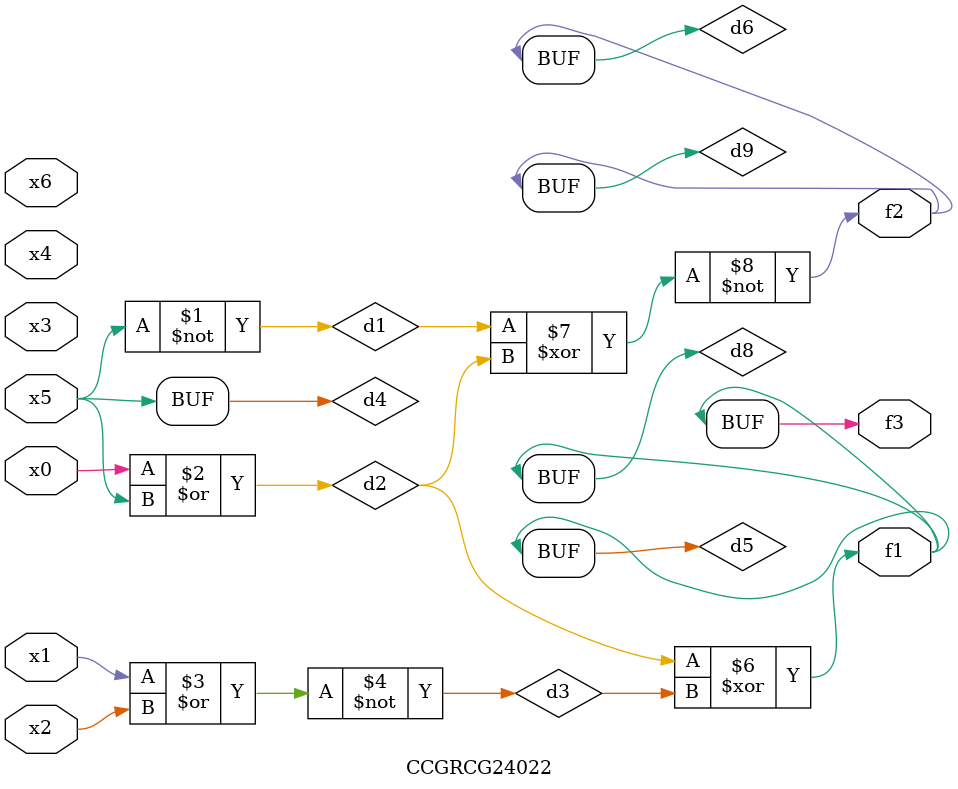
<source format=v>
module CCGRCG24022(
	input x0, x1, x2, x3, x4, x5, x6,
	output f1, f2, f3
);

	wire d1, d2, d3, d4, d5, d6, d7, d8, d9;

	nand (d1, x5);
	or (d2, x0, x5);
	nor (d3, x1, x2);
	xnor (d4, d1);
	xor (d5, d2, d3);
	xnor (d6, d1, d2);
	not (d7, x4);
	buf (d8, d5);
	xor (d9, d6);
	assign f1 = d8;
	assign f2 = d9;
	assign f3 = d8;
endmodule

</source>
